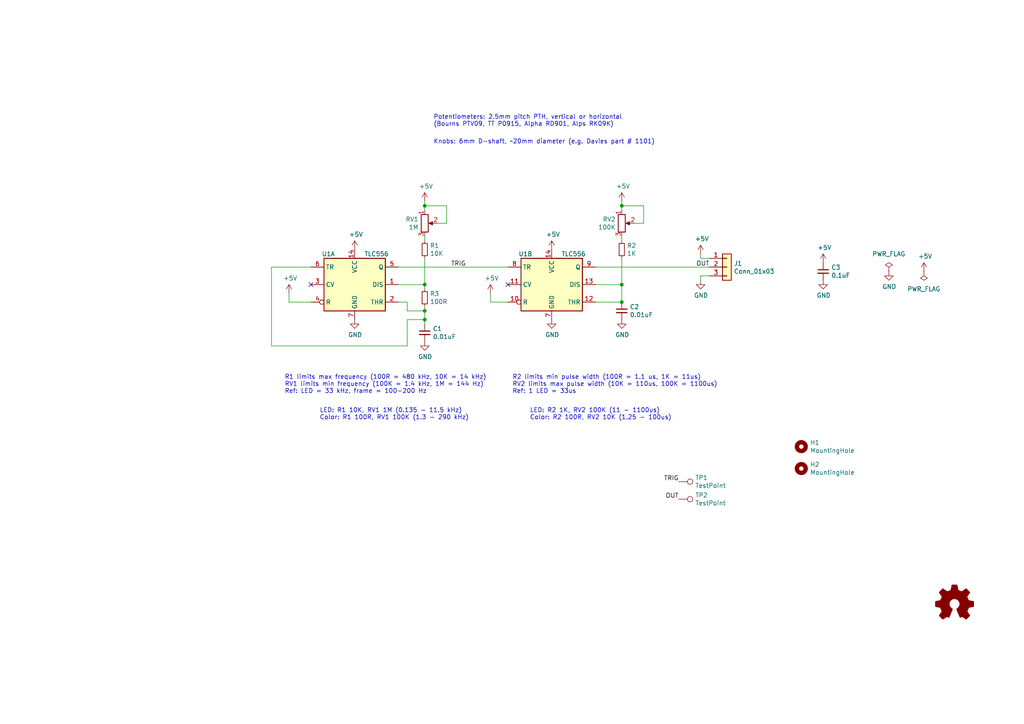
<source format=kicad_sch>
(kicad_sch (version 20211123) (generator eeschema)
  (paper "A4")
  (title_block (title "NeoPixel Punk Console - Oscillator") (date "2021-12-17") (rev "Rev 1.1") (company "Adrian Studer") (comment 1 "https://hackaday.io/project/183093-neopixel-punk-console"))
  (lib_symbols
    (symbol "Connector:TestPoint" (pin_numbers hide) (pin_names (offset 0.762) hide)
      (property "Reference" "TP" (at 0 6.858 0))
      (property "Value" "TestPoint" (at 0 5.08 0))
      (symbol "TestPoint_0_1"
        (circle (center 0 3.302) (radius 0.762))
      )
      (symbol "TestPoint_1_1"
        (pin passive line (at 0 0 90) (length 2.54) (name "1") (number "1"))
      )
    )
    (symbol "Connector_Generic:Conn_01x03" (pin_names (offset 1.016) hide)
      (property "Reference" "J" (at 0 5.08 0))
      (property "Value" "Conn_01x03" (at 0 -5.08 0))
      (symbol "Conn_01x03_1_1"
        (rectangle (start -1.27 -2.413) (end 0 -2.667) (stroke (width 0.1524)))
        (rectangle (start -1.27 0.127) (end 0 -0.127) (stroke (width 0.1524)))
        (rectangle (start -1.27 2.667) (end 0 2.413) (stroke (width 0.1524)))
        (rectangle (start -1.27 3.81) (end 1.27 -3.81) (stroke (width 0.254)) (fill (type background)))
        (pin passive line (at -5.08 2.54 0) (length 3.81) (name "Pin_1") (number "1"))
        (pin passive line (at -5.08 0 0) (length 3.81) (name "Pin_2") (number "2"))
        (pin passive line (at -5.08 -2.54 0) (length 3.81) (name "Pin_3") (number "3"))
      )
    )
    (symbol "Device:C_Small" (pin_numbers hide) (pin_names (offset 0.254) hide)
      (property "Reference" "C" (at 0.254 1.778 0))
      (property "Value" "C_Small" (at 0.254 -2.032 0))
      (symbol "C_Small_0_1"
        (polyline (pts (xy -1.524 -0.508) (xy 1.524 -0.508)) (stroke (width 0.3302)))
        (polyline (pts (xy -1.524 0.508) (xy 1.524 0.508)) (stroke (width 0.3048)))
      )
      (symbol "C_Small_1_1"
        (pin passive line (at 0 2.54 270) (length 2.032) (name "~") (number "1"))
        (pin passive line (at 0 -2.54 90) (length 2.032) (name "~") (number "2"))
      )
    )
    (symbol "Device:R_Potentiometer" (pin_names (offset 1.016) hide)
      (property "Reference" "RV" (at -4.445 0 90))
      (property "Value" "R_Potentiometer" (at -2.54 0 90))
      (symbol "R_Potentiometer_0_1"
        (polyline (pts (xy 2.54 0) (xy 1.524 0)))
        (polyline (pts (xy 1.143 0) (xy 2.286 0.508) (xy 2.286 -0.508) (xy 1.143 0)) (fill (type outline)))
        (rectangle (start 1.016 2.54) (end -1.016 -2.54) (stroke (width 0.254)))
      )
      (symbol "R_Potentiometer_1_1"
        (pin passive line (at 0 3.81 270) (length 1.27) (name "1") (number "1"))
        (pin passive line (at 3.81 0 180) (length 1.27) (name "2") (number "2"))
        (pin passive line (at 0 -3.81 90) (length 1.27) (name "3") (number "3"))
      )
    )
    (symbol "Device:R_Small" (pin_numbers hide) (pin_names (offset 0.254) hide)
      (property "Reference" "R" (at 0.762 0.508 0))
      (property "Value" "R_Small" (at 0.762 -1.016 0))
      (symbol "R_Small_0_1"
        (rectangle (start -0.762 1.778) (end 0.762 -1.778) (stroke (width 0.2032)))
      )
      (symbol "R_Small_1_1"
        (pin passive line (at 0 2.54 270) (length 0.762) (name "~") (number "1"))
        (pin passive line (at 0 -2.54 90) (length 0.762) (name "~") (number "2"))
      )
    )
    (symbol "Graphic:Logo_Open_Hardware_Small" (pin_names (offset 1.016))
      (symbol "Logo_Open_Hardware_Small_0_1"
        (polyline (pts (xy 3.3528 -4.3434) (xy 3.302 -4.318) (xy 3.175 -4.2418) (xy 2.9972 -4.1148) (xy 2.7686 -3.9624) (xy 2.54 -3.81) (xy 2.3622 -3.7084) (xy 2.2352 -3.6068) (xy 2.1844 -3.5814) (xy 2.159 -3.6068) (xy 2.0574 -3.6576) (xy 1.905 -3.7338) (xy 1.8034 -3.7846) (xy 1.6764 -3.8354) (xy 1.6002 -3.8354) (xy 1.6002 -3.8354) (xy 1.5494 -3.7338) (xy 1.4732 -3.5306) (xy 1.3462 -3.302) (xy 1.2446 -3.0226) (xy 1.1176 -2.7178) (xy 0.9652 -2.413) (xy 0.8636 -2.1082) (xy 0.7366 -1.8288) (xy 0.6604 -1.6256) (xy 0.6096 -1.4732) (xy 0.5842 -1.397) (xy 0.5842 -1.397) (xy 0.6604 -1.3208) (xy 0.7874 -1.2446) (xy 1.0414 -1.016) (xy 1.2954 -0.6858) (xy 1.4478 -0.3302) (xy 1.524 0.0762) (xy 1.4732 0.4572) (xy 1.3208 0.8128) (xy 1.0668 1.143) (xy 0.762 1.3716) (xy 0.4064 1.524) (xy 0 1.5748) (xy -0.381 1.5494) (xy -0.7366 1.397) (xy -1.0668 1.143) (xy -1.2192 0.9906) (xy -1.397 0.6604) (xy -1.524 0.3048) (xy -1.524 0.2286) (xy -1.4986 -0.1778) (xy -1.397 -0.5334) (xy -1.1938 -0.8636) (xy -0.9144 -1.143) (xy -0.8636 -1.1684) (xy -0.7366 -1.27) (xy -0.635 -1.3462) (xy -0.5842 -1.397) (xy -1.0668 -2.5908) (xy -1.143 -2.794) (xy -1.2954 -3.1242) (xy -1.397 -3.4036) (xy -1.4986 -3.6322) (xy -1.5748 -3.7846) (xy -1.6002 -3.8354) (xy -1.6002 -3.8354) (xy -1.651 -3.8354) (xy -1.7272 -3.81) (xy -1.905 -3.7338) (xy -2.0066 -3.683) (xy -2.1336 -3.6068) (xy -2.2098 -3.5814) (xy -2.2606 -3.6068) (xy -2.3622 -3.683) (xy -2.54 -3.81) (xy -2.7686 -3.9624) (xy -2.9718 -4.0894) (xy -3.1496 -4.2164) (xy -3.302 -4.318) (xy -3.3528 -4.3434) (xy -3.3782 -4.3434) (xy -3.429 -4.318) (xy -3.5306 -4.2164) (xy -3.7084 -4.064) (xy -3.937 -3.8354) (xy -3.9624 -3.81) (xy -4.1656 -3.6068) (xy -4.318 -3.4544) (xy -4.4196 -3.3274) (xy -4.445 -3.2766) (xy -4.445 -3.2766) (xy -4.4196 -3.2258) (xy -4.318 -3.0734) (xy -4.2164 -2.8956) (xy -4.064 -2.667) (xy -3.6576 -2.0828) (xy -3.8862 -1.5494) (xy -3.937 -1.3716) (xy -4.0386 -1.1684) (xy -4.0894 -1.0414) (xy -4.1148 -0.9652) (xy -4.191 -0.9398) (xy -4.318 -0.9144) (xy -4.5466 -0.8636) (xy -4.8006 -0.8128) (xy -5.0546 -0.7874) (xy -5.2578 -0.7366) (xy -5.4356 -0.7112) (xy -5.5118 -0.6858) (xy -5.5118 -0.6858) (xy -5.5372 -0.635) (xy -5.5372 -0.5588) (xy -5.5372 -0.4318) (xy -5.5626 -0.2286) (xy -5.5626 0.0762) (xy -5.5626 0.127) (xy -5.5372 0.4064) (xy -5.5372 0.635) (xy -5.5372 0.762) (xy -5.5372 0.8382) (xy -5.5372 0.8382) (xy -5.461 0.8382) (xy -5.3086 0.889) (xy -5.08 0.9144) (xy -4.826 0.9652) (xy -4.8006 0.9906) (xy -4.5466 1.0414) (xy -4.318 1.0668) (xy -4.1656 1.1176) (xy -4.0894 1.143) (xy -4.0894 1.143) (xy -4.0386 1.2446) (xy -3.9624 1.4224) (xy -3.8608 1.6256) (xy -3.7846 1.8288) (xy -3.7084 2.0066) (xy -3.6576 2.159) (xy -3.6322 2.2098) (xy -3.6322 2.2098) (xy -3.683 2.286) (xy -3.7592 2.413) (xy -3.8862 2.5908) (xy -4.064 2.8194) (xy -4.064 2.8448) (xy -4.2164 3.0734) (xy -4.3434 3.2512) (xy -4.4196 3.3782) (xy -4.445 3.4544) (xy -4.445 3.4544) (xy -4.3942 3.5052) (xy -4.2926 3.6322) (xy -4.1148 3.81) (xy -3.937 4.0132) (xy -3.8608 4.064) (xy -3.6576 4.2926) (xy -3.5052 4.4196) (xy -3.4036 4.4958) (xy -3.3528 4.5212) (xy -3.3528 4.5212) (xy -3.302 4.4704) (xy -3.1496 4.3688) (xy -2.9718 4.2418) (xy -2.7432 4.0894) (xy -2.7178 4.0894) (xy -2.4892 3.937) (xy -2.3114 3.81) (xy -2.1844 3.7084) (xy -2.1336 3.683) (xy -2.1082 3.683) (xy -2.032 3.7084) (xy -1.8542 3.7592) (xy -1.6764 3.8354) (xy -1.4732 3.937) (xy -1.27 4.0132) (xy -1.143 4.064) (xy -1.0668 4.1148) (xy -1.0668 4.1148) (xy -1.0414 4.191) (xy -1.016 4.3434) (xy -0.9652 4.572) (xy -0.9144 4.8514) (xy -0.889 4.9022) (xy -0.8382 5.1562) (xy -0.8128 5.3848) (xy -0.7874 5.5372) (xy -0.762 5.588) (xy -0.7112 5.6134) (xy -0.5842 5.6134) (xy -0.4064 5.6134) (xy -0.1524 5.6134) (xy 0.0762 5.6134) (xy 0.3302 5.6134) (xy 0.5334 5.6134) (xy 0.6858 5.588) (xy 0.7366 5.588) (xy 0.7366 5.588) (xy 0.762 5.5118) (xy 0.8128 5.334) (xy 0.8382 5.1054) (xy 0.9144 4.826) (xy 0.9144 4.7752) (xy 0.9652 4.5212) (xy 1.016 4.2926) (xy 1.0414 4.1402) (xy 1.0668 4.0894) (xy 1.0668 4.0894) (xy 1.1938 4.0386) (xy 1.3716 3.9624) (xy 1.5748 3.8608) (xy 2.0828 3.6576) (xy 2.7178 4.0894) (xy 2.7686 4.1402) (xy 2.9972 4.2926) (xy 3.175 4.4196) (xy 3.302 4.4958) (xy 3.3782 4.5212) (xy 3.3782 4.5212) (xy 3.429 4.4704) (xy 3.556 4.3434) (xy 3.7338 4.191) (xy 3.9116 3.9878) (xy 4.064 3.8354) (xy 4.2418 3.6576) (xy 4.3434 3.556) (xy 4.4196 3.4798) (xy 4.4196 3.429) (xy 4.4196 3.4036) (xy 4.3942 3.3274) (xy 4.2926 3.2004) (xy 4.1656 2.9972) (xy 4.0132 2.794) (xy 3.8862 2.5908) (xy 3.7592 2.3876) (xy 3.6576 2.2352) (xy 3.6322 2.159) (xy 3.6322 2.1336) (xy 3.683 2.0066) (xy 3.7592 1.8288) (xy 3.8608 1.6002) (xy 4.064 1.1176) (xy 4.3942 1.0414) (xy 4.5974 1.016) (xy 4.8768 0.9652) (xy 5.1308 0.9144) (xy 5.5372 0.8382) (xy 5.5626 -0.6604) (xy 5.4864 -0.6858) (xy 5.4356 -0.6858) (xy 5.2832 -0.7366) (xy 5.0546 -0.762) (xy 4.8006 -0.8128) (xy 4.5974 -0.8636) (xy 4.3688 -0.9144) (xy 4.2164 -0.9398) (xy 4.1402 -0.9398) (xy 4.1148 -0.9652) (xy 4.064 -1.0668) (xy 3.9878 -1.2446) (xy 3.9116 -1.4478) (xy 3.81 -1.651) (xy 3.7338 -1.8542) (xy 3.683 -2.0066) (xy 3.6576 -2.0828) (xy 3.683 -2.1336) (xy 3.7846 -2.2606) (xy 3.8862 -2.4638) (xy 4.0386 -2.667) (xy 4.191 -2.8956) (xy 4.318 -3.0734) (xy 4.3942 -3.2004) (xy 4.445 -3.2766) (xy 4.4196 -3.3274) (xy 4.3434 -3.429) (xy 4.1656 -3.5814) (xy 3.937 -3.8354) (xy 3.8862 -3.8608) (xy 3.683 -4.064) (xy 3.5306 -4.2164) (xy 3.4036 -4.318) (xy 3.3528 -4.3434)) (fill (type outline)))
      )
    )
    (symbol "Mechanical:MountingHole" (pin_names (offset 1.016))
      (property "Reference" "H" (at 0 5.08 0))
      (property "Value" "MountingHole" (at 0 3.175 0))
      (symbol "MountingHole_0_1"
        (circle (center 0 0) (radius 1.27) (stroke (width 1.27)))
      )
    )
    (symbol "Timer:LM556"
      (property "Reference" "U" (at -10.16 8.89 0))
      (property "Value" "LM556" (at -10.16 -8.89 0))
      (symbol "LM556_0_0"
        (pin power_in line (at 0 10.16 270) (length 2.54) (name "VCC") (number "14"))
        (pin power_in line (at 0 -10.16 90) (length 2.54) (name "GND") (number "7"))
      )
      (symbol "LM556_0_1"
        (rectangle (start -8.89 -7.62) (end 8.89 7.62) (stroke (width 0.254)) (fill (type background)))
        (rectangle (start -8.89 -7.62) (end 8.89 7.62) (stroke (width 0.254)) (fill (type background)))
      )
      (symbol "LM556_1_1"
        (pin input line (at 12.7 0 180) (length 3.81) (name "DIS") (number "1"))
        (pin input line (at 12.7 -5.08 180) (length 3.81) (name "THR") (number "2"))
        (pin input line (at -12.7 0 0) (length 3.81) (name "CV") (number "3"))
        (pin input inverted (at -12.7 -5.08 0) (length 3.81) (name "R") (number "4"))
        (pin output line (at 12.7 5.08 180) (length 3.81) (name "Q") (number "5"))
        (pin input line (at -12.7 5.08 0) (length 3.81) (name "TR") (number "6"))
      )
      (symbol "LM556_2_1"
        (pin input inverted (at -12.7 -5.08 0) (length 3.81) (name "R") (number "10"))
        (pin input line (at -12.7 0 0) (length 3.81) (name "CV") (number "11"))
        (pin input line (at 12.7 -5.08 180) (length 3.81) (name "THR") (number "12"))
        (pin input line (at 12.7 0 180) (length 3.81) (name "DIS") (number "13"))
        (pin input line (at -12.7 5.08 0) (length 3.81) (name "TR") (number "8"))
        (pin output line (at 12.7 5.08 180) (length 3.81) (name "Q") (number "9"))
      )
    )
    (symbol "power:+5V" (power) (pin_names (offset 0))
      (property "Value" "+5V" (at 0 3.556 0))
      (symbol "+5V_0_1"
        (polyline (pts (xy -0.762 1.27) (xy 0 2.54)))
        (polyline (pts (xy 0 0) (xy 0 2.54)))
        (polyline (pts (xy 0 2.54) (xy 0.762 1.27)))
      )
      (symbol "+5V_1_1"
        (pin power_in line (at 0 0 90) (length 0) hide (name "+5V") (number "1"))
      )
    )
    (symbol "power:GND" (power) (pin_names (offset 0))
      (property "Value" "GND" (at 0 -3.81 0))
      (symbol "GND_0_1"
        (polyline (pts (xy 0 0) (xy 0 -1.27) (xy 1.27 -1.27) (xy 0 -2.54) (xy -1.27 -1.27) (xy 0 -1.27)))
      )
      (symbol "GND_1_1"
        (pin power_in line (at 0 0 270) (length 0) hide (name "GND") (number "1"))
      )
    )
    (symbol "power:PWR_FLAG" (power) (pin_numbers hide) (pin_names (offset 0) hide)
      (property "Value" "PWR_FLAG" (at 0 3.81 0))
      (symbol "PWR_FLAG_0_0"
        (pin power_out line (at 0 0 90) (length 0) (name "pwr") (number "1"))
      )
      (symbol "PWR_FLAG_0_1"
        (polyline (pts (xy 0 0) (xy 0 1.27) (xy -1.016 1.905) (xy 0 2.54) (xy 1.016 1.905) (xy 0 1.27)))
      )
    )
  )
  (junction (at 123.19 92.71))
  (junction (at 180.34 87.63))
  (junction (at 180.34 59.69))
  (junction (at 123.19 90.17))
  (junction (at 123.19 82.55))
  (junction (at 180.34 82.55))
  (junction (at 123.19 59.69))
  (no_connect (at 147.32 82.55))
  (no_connect (at 90.17 82.55))
  (wire (pts (xy 118.11 100.33) (xy 78.74 100.33)))
  (wire (pts (xy 123.19 90.17) (xy 118.11 90.17)))
  (wire (pts (xy 180.34 59.69) (xy 186.69 59.69)))
  (wire (pts (xy 172.72 87.63) (xy 180.34 87.63)))
  (wire (pts (xy 180.34 69.85) (xy 180.34 68.58)))
  (wire (pts (xy 129.54 64.77) (xy 127 64.77)))
  (wire (pts (xy 118.11 92.71) (xy 118.11 100.33)))
  (wire (pts (xy 123.19 59.69) (xy 129.54 59.69)))
  (wire (pts (xy 203.2 81.28) (xy 203.2 80.01)))
  (wire (pts (xy 172.72 77.47) (xy 205.74 77.47)))
  (wire (pts (xy 123.19 88.9) (xy 123.19 90.17)))
  (wire (pts (xy 118.11 90.17) (xy 118.11 87.63)))
  (wire (pts (xy 123.19 59.69) (xy 123.19 60.96)))
  (wire (pts (xy 203.2 73.66) (xy 203.2 74.93)))
  (wire (pts (xy 172.72 82.55) (xy 180.34 82.55)))
  (wire (pts (xy 180.34 82.55) (xy 180.34 74.93)))
  (wire (pts (xy 123.19 92.71) (xy 123.19 93.98)))
  (wire (pts (xy 142.24 85.09) (xy 142.24 87.63)))
  (wire (pts (xy 180.34 59.69) (xy 180.34 60.96)))
  (wire (pts (xy 83.82 87.63) (xy 90.17 87.63)))
  (wire (pts (xy 118.11 92.71) (xy 123.19 92.71)))
  (wire (pts (xy 118.11 87.63) (xy 115.57 87.63)))
  (wire (pts (xy 186.69 64.77) (xy 184.15 64.77)))
  (wire (pts (xy 123.19 82.55) (xy 123.19 83.82)))
  (wire (pts (xy 123.19 90.17) (xy 123.19 92.71)))
  (wire (pts (xy 129.54 59.69) (xy 129.54 64.77)))
  (wire (pts (xy 78.74 77.47) (xy 90.17 77.47)))
  (wire (pts (xy 123.19 68.58) (xy 123.19 69.85)))
  (wire (pts (xy 123.19 58.42) (xy 123.19 59.69)))
  (wire (pts (xy 123.19 74.93) (xy 123.19 82.55)))
  (wire (pts (xy 203.2 80.01) (xy 205.74 80.01)))
  (wire (pts (xy 203.2 74.93) (xy 205.74 74.93)))
  (wire (pts (xy 180.34 87.63) (xy 180.34 82.55)))
  (wire (pts (xy 115.57 82.55) (xy 123.19 82.55)))
  (wire (pts (xy 186.69 59.69) (xy 186.69 64.77)))
  (wire (pts (xy 115.57 77.47) (xy 147.32 77.47)))
  (wire (pts (xy 78.74 100.33) (xy 78.74 77.47)))
  (wire (pts (xy 142.24 87.63) (xy 147.32 87.63)))
  (wire (pts (xy 180.34 58.42) (xy 180.34 59.69)))
  (wire (pts (xy 83.82 85.09) (xy 83.82 87.63)))
  (text "Knobs: 6mm D-shaft, ~20mm diameter (e.g. Davies part # 1101)" (at 125.73 41.91 0) (effects (font (size 1.27 1.27)) (justify left bottom)))
  (text "Rev 1.1 changes:\n- Move R1 in series with RV1, add 100R where R1 is now\n  fixes DIS, shorter trigger pulse. LED OUT pulse now 11-1000us\n" (at 78.74 -5.08 0) (effects (font (size 1.27 1.27)) (justify left bottom)))
  (text "LED: R2 1K, RV2 100K (11 - 1100us)\nColor: R2 100R, RV2 10K (1.25 - 100us)" (at 153.67 121.92 0) (effects (font (size 1.27 1.27)) (justify left bottom)))
  (text "R1 limits max frequency (100R = 480 kHz, 10K = 14 kHz)\nRV1 limits min frequency (100K = 1.4 kHz, 1M = 144 Hz)\nRef: LED = 33 kHz, frame = 100-200 Hz" (at 82.55 114.3 0) (effects (font (size 1.27 1.27)) (justify left bottom)))
  (text "LED: R1 10K, RV1 1M (0.135 - 11.5 kHz)\nColor: R1 100R, RV1 100K (1.3 - 290 kHz)" (at 92.71 121.92 0) (effects (font (size 1.27 1.27)) (justify left bottom)))
  (text "Potentiometers: 2.5mm pitch PTH, vertical or horizontal\n(Bourns PTV09, TT P0915, Alpha RD901, Alps RK09K)\n" (at 125.73 36.83 0) (effects (font (size 1.27 1.27)) (justify left bottom)))
  (text "R2 limits min pulse width (100R = 1.1 us, 1K = 11us)\nRV2 limits max pulse width (10K = 110us, 100K = 1100us)\nRef: 1 LED = 33us" (at 148.59 114.3 0) (effects (font (size 1.27 1.27)) (justify left bottom)))
  (label "OUT" (at 196.85 144.78 180))
  (label "TRIG" (at 196.85 139.7 180))
  (label "TRIG" (at 130.81 77.47 0))
  (label "OUT" (at 205.74 77.47 180))
  (symbol (lib_id "Timer:LM556") (at 102.87 82.55 0) (unit 1)
    (property "Reference" "U1" (at 95.25 73.66 0))
    (property "Value" "TLC556" (at 109.22 73.66 0))
    (property "Footprint" "Package_SO:SOIC-14_3.9x8.7mm_P1.27mm" (effects hide))
    (property "Datasheet" "http://www.ti.com/lit/ds/symlink/lm556.pdf" (effects hide))
  )
  (symbol (lib_id "Timer:LM556") (at 160.02 82.55 0) (unit 2)
    (property "Reference" "U1" (at 152.4 73.66 0))
    (property "Value" "TLC556" (at 166.37 73.66 0))
    (property "Footprint" "Package_SO:SOIC-14_3.9x8.7mm_P1.27mm" (effects hide))
    (property "Datasheet" "http://www.ti.com/lit/ds/symlink/lm556.pdf" (effects hide))
  )
  (symbol (lib_id "Device:R_Potentiometer") (at 123.19 64.77 0) (unit 1)
    (property "Reference" "RV1" (at 121.412 63.6016 0) (effects (justify right)))
    (property "Value" "1M" (at 121.412 65.913 0) (effects (justify right)))
    (property "Footprint" "parts:Potentiometer_Bourns_PTV09A-1_Single_Vertical" (effects hide))
  )
  (symbol (lib_id "Device:R_Potentiometer") (at 180.34 64.77 0) (unit 1)
    (property "Reference" "RV2" (at 178.5874 63.6016 0) (effects (justify right)))
    (property "Value" "100K" (at 178.5874 65.913 0) (effects (justify right)))
    (property "Footprint" "parts:Potentiometer_Bourns_PTV09A-1_Single_Vertical" (effects hide))
  )
  (symbol (lib_id "Device:C_Small") (at 180.34 90.17 0) (unit 1)
    (property "Reference" "C2" (at 182.6768 89.0016 0) (effects (justify left)))
    (property "Value" "0.01uF" (at 182.6768 91.313 0) (effects (justify left)))
    (property "Footprint" "Capacitor_SMD:C_0603_1608Metric" (effects hide))
  )
  (symbol (lib_id "Device:C_Small") (at 123.19 96.52 0) (unit 1)
    (property "Reference" "C1" (at 125.5268 95.3516 0) (effects (justify left)))
    (property "Value" "0.01uF" (at 125.5268 97.663 0) (effects (justify left)))
    (property "Footprint" "Capacitor_SMD:C_0603_1608Metric" (effects hide))
  )
  (symbol (lib_id "power:GND") (at 102.87 92.71 0) (unit 1)
    (property "Reference" "#PWR03" (effects hide))
    (property "Value" "GND" (at 102.997 97.1042 0))
  )
  (symbol (lib_id "power:GND") (at 160.02 92.71 0) (unit 1)
    (property "Reference" "#PWR08" (effects hide))
    (property "Value" "GND" (at 160.147 97.1042 0))
  )
  (symbol (lib_id "power:GND") (at 180.34 92.71 0) (unit 1)
    (property "Reference" "#PWR010" (effects hide))
    (property "Value" "GND" (at 180.467 97.1042 0))
  )
  (symbol (lib_id "power:GND") (at 123.19 99.06 0) (unit 1)
    (property "Reference" "#PWR05" (effects hide))
    (property "Value" "GND" (at 123.317 103.4542 0))
  )
  (symbol (lib_id "power:+5V") (at 142.24 85.09 0) (unit 1)
    (property "Reference" "#PWR06" (effects hide))
    (property "Value" "+5V" (at 142.621 80.6958 0))
  )
  (symbol (lib_id "power:+5V") (at 83.82 85.09 0) (unit 1)
    (property "Reference" "#PWR01" (effects hide))
    (property "Value" "+5V" (at 84.201 80.6958 0))
  )
  (symbol (lib_id "Device:R_Small") (at 123.19 72.39 0) (unit 1)
    (property "Reference" "R1" (at 124.6886 71.2216 0) (effects (justify left)))
    (property "Value" "10K" (at 124.6886 73.533 0) (effects (justify left)))
    (property "Footprint" "Resistor_SMD:R_0603_1608Metric" (effects hide))
  )
  (symbol (lib_id "power:+5V") (at 123.19 58.42 0) (unit 1)
    (property "Reference" "#PWR04" (effects hide))
    (property "Value" "+5V" (at 123.571 54.0258 0))
  )
  (symbol (lib_id "power:+5V") (at 180.34 58.42 0) (unit 1)
    (property "Reference" "#PWR09" (effects hide))
    (property "Value" "+5V" (at 180.721 54.0258 0))
  )
  (symbol (lib_id "power:+5V") (at 160.02 72.39 0) (unit 1)
    (property "Reference" "#PWR07" (effects hide))
    (property "Value" "+5V" (at 160.401 67.9958 0))
  )
  (symbol (lib_id "power:+5V") (at 102.87 72.39 0) (unit 1)
    (property "Reference" "#PWR02" (effects hide))
    (property "Value" "+5V" (at 103.251 67.9958 0))
  )
  (symbol (lib_id "Device:R_Small") (at 180.34 72.39 0) (unit 1)
    (property "Reference" "R2" (at 181.8386 71.2216 0) (effects (justify left)))
    (property "Value" "1K" (at 181.8386 73.533 0) (effects (justify left)))
    (property "Footprint" "Resistor_SMD:R_0603_1608Metric" (effects hide))
  )
  (symbol (lib_id "Mechanical:MountingHole") (at 232.41 129.54 0) (unit 1)
    (property "Reference" "H1" (at 234.95 128.3716 0) (effects (justify left)))
    (property "Value" "MountingHole" (at 234.95 130.683 0) (effects (justify left)))
    (property "Footprint" "MountingHole:MountingHole_2.7mm_M2.5" (effects hide))
  )
  (symbol (lib_id "Mechanical:MountingHole") (at 232.41 135.89 0) (unit 1)
    (property "Reference" "H2" (at 234.95 134.7216 0) (effects (justify left)))
    (property "Value" "MountingHole" (at 234.95 137.033 0) (effects (justify left)))
    (property "Footprint" "MountingHole:MountingHole_2.7mm_M2.5" (effects hide))
  )
  (symbol (lib_id "Connector:TestPoint") (at 196.85 139.7 270) (unit 1)
    (property "Reference" "TP1" (at 201.6252 138.5316 90) (effects (justify left)))
    (property "Value" "TestPoint" (at 201.6252 140.843 90) (effects (justify left)))
    (property "Footprint" "TestPoint:TestPoint_Pad_D1.0mm" (effects hide))
  )
  (symbol (lib_id "Connector:TestPoint") (at 196.85 144.78 270) (unit 1)
    (property "Reference" "TP2" (at 201.6252 143.6116 90) (effects (justify left)))
    (property "Value" "TestPoint" (at 201.6252 145.923 90) (effects (justify left)))
    (property "Footprint" "TestPoint:TestPoint_Pad_D1.0mm" (effects hide))
  )
  (symbol (lib_id "Connector_Generic:Conn_01x03") (at 210.82 77.47 0) (unit 1)
    (property "Reference" "J1" (at 212.852 76.4032 0) (effects (justify left)))
    (property "Value" "Conn_01x03" (at 212.852 78.7146 0) (effects (justify left)))
    (property "Footprint" "Connector_PinHeader_2.54mm:PinHeader_1x03_P2.54mm_Vertical" (effects hide))
  )
  (symbol (lib_id "power:+5V") (at 203.2 73.66 0) (unit 1)
    (property "Reference" "#PWR011" (effects hide))
    (property "Value" "+5V" (at 203.581 69.2658 0))
  )
  (symbol (lib_id "power:GND") (at 203.2 81.28 0) (unit 1)
    (property "Reference" "#PWR012" (effects hide))
    (property "Value" "GND" (at 203.327 85.6742 0))
  )
  (symbol (lib_id "Device:C_Small") (at 238.76 78.74 0) (unit 1)
    (property "Reference" "C3" (at 241.0968 77.5716 0) (effects (justify left)))
    (property "Value" "0.1uF" (at 241.0968 79.883 0) (effects (justify left)))
    (property "Footprint" "Capacitor_SMD:C_0603_1608Metric" (effects hide))
  )
  (symbol (lib_id "power:GND") (at 238.76 81.28 0) (unit 1)
    (property "Reference" "#PWR0101" (effects hide))
    (property "Value" "GND" (at 238.887 85.6742 0))
  )
  (symbol (lib_id "power:+5V") (at 238.76 76.2 0) (unit 1)
    (property "Reference" "#PWR0102" (effects hide))
    (property "Value" "+5V" (at 239.141 71.8058 0))
  )
  (symbol (lib_id "Device:R_Small") (at 123.19 86.36 0) (unit 1)
    (property "Reference" "R3" (at 124.6886 85.1916 0) (effects (justify left)))
    (property "Value" "100R" (at 124.6886 87.503 0) (effects (justify left)))
    (property "Footprint" "Resistor_SMD:R_0603_1608Metric" (effects hide))
  )
  (symbol (lib_id "Graphic:Logo_Open_Hardware_Small") (at 276.86 175.26 0) (unit 1)
    (property "Reference" "#LOGO1" (effects hide))
    (property "Value" "Logo_Open_Hardware_Small" (effects hide))
  )
  (symbol (lib_id "power:GND") (at 257.81 78.74 0) (unit 1)
    (property "Reference" "#PWR0104" (effects hide))
    (property "Value" "GND" (at 257.937 83.1342 0))
  )
  (symbol (lib_id "power:PWR_FLAG") (at 257.81 78.74 0) (unit 1)
    (property "Reference" "#FLG0101" (effects hide))
    (property "Value" "PWR_FLAG" (at 257.81 73.66 0))
  )
  (symbol (lib_id "power:+5V") (at 267.97 78.74 0) (unit 1)
    (property "Reference" "#PWR0103" (effects hide))
    (property "Value" "+5V" (at 268.351 74.3458 0))
  )
  (symbol (lib_id "power:PWR_FLAG") (at 267.97 78.74 180) (unit 1)
    (property "Reference" "#FLG0102" (effects hide))
    (property "Value" "PWR_FLAG" (at 267.97 83.82 0))
  )
)
</source>
